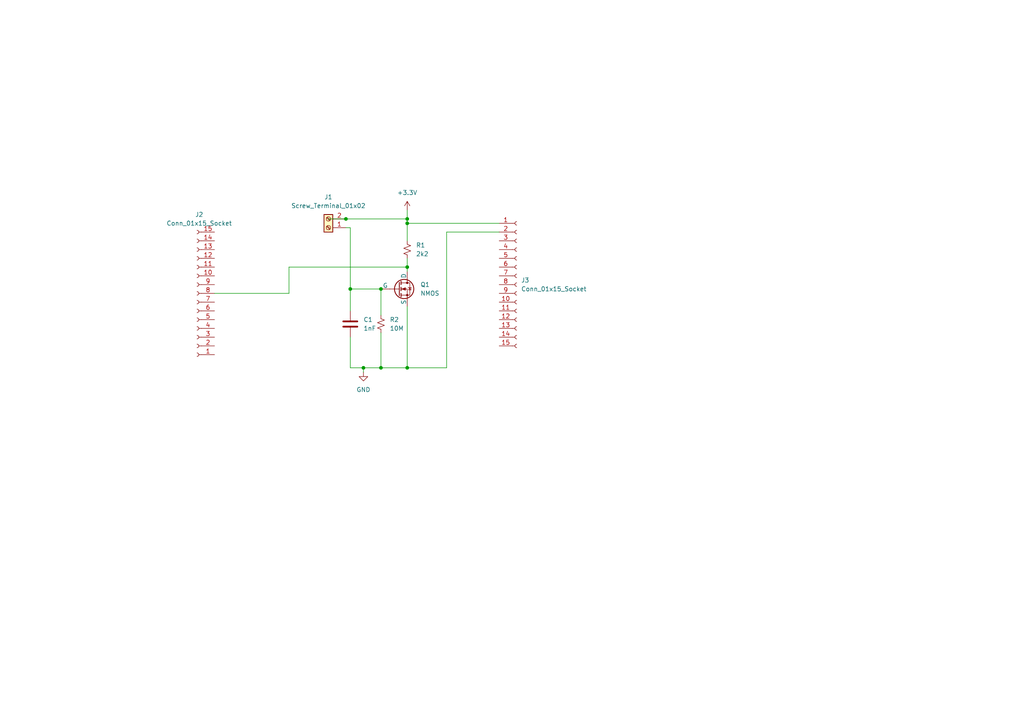
<source format=kicad_sch>
(kicad_sch (version 20230121) (generator eeschema)
  (paper "A4")
  (lib_symbols
    (symbol "Connector:Conn_01x15_Socket" (pin_names (offset 1.016) hide)
      (property "Reference" "J" (at 0 20.32 0))
      (property "Value" "Conn_01x15_Socket" (at 0 -20.32 0))
      (symbol "Conn_01x15_Socket_1_1"
        (arc (start 0 -17.272) (mid -0.5058 -17.78) (end 0 -18.288) (stroke (width 0.1524)))
        (arc (start 0 -14.732) (mid -0.5058 -15.24) (end 0 -15.748) (stroke (width 0.1524)))
        (arc (start 0 -12.192) (mid -0.5058 -12.7) (end 0 -13.208) (stroke (width 0.1524)))
        (arc (start 0 -9.652) (mid -0.5058 -10.16) (end 0 -10.668) (stroke (width 0.1524)))
        (arc (start 0 -7.112) (mid -0.5058 -7.62) (end 0 -8.128) (stroke (width 0.1524)))
        (arc (start 0 -4.572) (mid -0.5058 -5.08) (end 0 -5.588) (stroke (width 0.1524)))
        (arc (start 0 -2.032) (mid -0.5058 -2.54) (end 0 -3.048) (stroke (width 0.1524)))
        (polyline (pts (xy -1.27 -17.78) (xy -0.508 -17.78)) (stroke (width 0.1524)))
        (polyline (pts (xy -1.27 -15.24) (xy -0.508 -15.24)) (stroke (width 0.1524)))
        (polyline (pts (xy -1.27 -12.7) (xy -0.508 -12.7)) (stroke (width 0.1524)))
        (polyline (pts (xy -1.27 -10.16) (xy -0.508 -10.16)) (stroke (width 0.1524)))
        (polyline (pts (xy -1.27 -7.62) (xy -0.508 -7.62)) (stroke (width 0.1524)))
        (polyline (pts (xy -1.27 -5.08) (xy -0.508 -5.08)) (stroke (width 0.1524)))
        (polyline (pts (xy -1.27 -2.54) (xy -0.508 -2.54)) (stroke (width 0.1524)))
        (polyline (pts (xy -1.27 0) (xy -0.508 0)) (stroke (width 0.1524)))
        (polyline (pts (xy -1.27 2.54) (xy -0.508 2.54)) (stroke (width 0.1524)))
        (polyline (pts (xy -1.27 5.08) (xy -0.508 5.08)) (stroke (width 0.1524)))
        (polyline (pts (xy -1.27 7.62) (xy -0.508 7.62)) (stroke (width 0.1524)))
        (polyline (pts (xy -1.27 10.16) (xy -0.508 10.16)) (stroke (width 0.1524)))
        (polyline (pts (xy -1.27 12.7) (xy -0.508 12.7)) (stroke (width 0.1524)))
        (polyline (pts (xy -1.27 15.24) (xy -0.508 15.24)) (stroke (width 0.1524)))
        (polyline (pts (xy -1.27 17.78) (xy -0.508 17.78)) (stroke (width 0.1524)))
        (arc (start 0 0.508) (mid -0.5058 0) (end 0 -0.508) (stroke (width 0.1524)))
        (arc (start 0 3.048) (mid -0.5058 2.54) (end 0 2.032) (stroke (width 0.1524)))
        (arc (start 0 5.588) (mid -0.5058 5.08) (end 0 4.572) (stroke (width 0.1524)))
        (arc (start 0 8.128) (mid -0.5058 7.62) (end 0 7.112) (stroke (width 0.1524)))
        (arc (start 0 10.668) (mid -0.5058 10.16) (end 0 9.652) (stroke (width 0.1524)))
        (arc (start 0 13.208) (mid -0.5058 12.7) (end 0 12.192) (stroke (width 0.1524)))
        (arc (start 0 15.748) (mid -0.5058 15.24) (end 0 14.732) (stroke (width 0.1524)))
        (arc (start 0 18.288) (mid -0.5058 17.78) (end 0 17.272) (stroke (width 0.1524)))
        (pin passive line (at -5.08 17.78 0) (length 3.81) (name "Pin_1") (number "1"))
        (pin passive line (at -5.08 -5.08 0) (length 3.81) (name "Pin_10") (number "10"))
        (pin passive line (at -5.08 -7.62 0) (length 3.81) (name "Pin_11") (number "11"))
        (pin passive line (at -5.08 -10.16 0) (length 3.81) (name "Pin_12") (number "12"))
        (pin passive line (at -5.08 -12.7 0) (length 3.81) (name "Pin_13") (number "13"))
        (pin passive line (at -5.08 -15.24 0) (length 3.81) (name "Pin_14") (number "14"))
        (pin passive line (at -5.08 -17.78 0) (length 3.81) (name "Pin_15") (number "15"))
        (pin passive line (at -5.08 15.24 0) (length 3.81) (name "Pin_2") (number "2"))
        (pin passive line (at -5.08 12.7 0) (length 3.81) (name "Pin_3") (number "3"))
        (pin passive line (at -5.08 10.16 0) (length 3.81) (name "Pin_4") (number "4"))
        (pin passive line (at -5.08 7.62 0) (length 3.81) (name "Pin_5") (number "5"))
        (pin passive line (at -5.08 5.08 0) (length 3.81) (name "Pin_6") (number "6"))
        (pin passive line (at -5.08 2.54 0) (length 3.81) (name "Pin_7") (number "7"))
        (pin passive line (at -5.08 0 0) (length 3.81) (name "Pin_8") (number "8"))
        (pin passive line (at -5.08 -2.54 0) (length 3.81) (name "Pin_9") (number "9"))
      )
    )
    (symbol "Connector:Screw_Terminal_01x02" (pin_names (offset 1.016) hide)
      (property "Reference" "J" (at 0 2.54 0))
      (property "Value" "Screw_Terminal_01x02" (at 0 -5.08 0))
      (symbol "Screw_Terminal_01x02_1_1"
        (rectangle (start -1.27 1.27) (end 1.27 -3.81) (stroke (width 0.254)) (fill (type background)))
        (circle (center 0 -2.54) (radius 0.635) (stroke (width 0.1524)))
        (polyline (pts (xy -0.5334 -2.2098) (xy 0.3302 -3.048)) (stroke (width 0.1524)))
        (polyline (pts (xy -0.5334 0.3302) (xy 0.3302 -0.508)) (stroke (width 0.1524)))
        (polyline (pts (xy -0.3556 -2.032) (xy 0.508 -2.8702)) (stroke (width 0.1524)))
        (polyline (pts (xy -0.3556 0.508) (xy 0.508 -0.3302)) (stroke (width 0.1524)))
        (circle (center 0 0) (radius 0.635) (stroke (width 0.1524)))
        (pin passive line (at -5.08 0 0) (length 3.81) (name "Pin_1") (number "1"))
        (pin passive line (at -5.08 -2.54 0) (length 3.81) (name "Pin_2") (number "2"))
      )
    )
    (symbol "Device:C" (pin_numbers hide) (pin_names (offset 0.254))
      (property "Reference" "C" (at 0.635 2.54 0))
      (property "Value" "C" (at 0.635 -2.54 0))
      (symbol "C_0_1"
        (polyline (pts (xy -2.032 -0.762) (xy 2.032 -0.762)) (stroke (width 0.508)))
        (polyline (pts (xy -2.032 0.762) (xy 2.032 0.762)) (stroke (width 0.508)))
      )
      (symbol "C_1_1"
        (pin passive line (at 0 3.81 270) (length 2.794) (name "~") (number "1"))
        (pin passive line (at 0 -3.81 90) (length 2.794) (name "~") (number "2"))
      )
    )
    (symbol "Device:R_Small_US" (pin_numbers hide) (pin_names (offset 0.254) hide)
      (property "Reference" "R" (at 0.762 0.508 0))
      (property "Value" "R_Small_US" (at 0.762 -1.016 0))
      (symbol "R_Small_US_1_1"
        (polyline (pts (xy 0 0) (xy 1.016 -0.381) (xy 0 -0.762) (xy -1.016 -1.143) (xy 0 -1.524)))
        (polyline (pts (xy 0 1.524) (xy 1.016 1.143) (xy 0 0.762) (xy -1.016 0.381) (xy 0 0)))
        (pin passive line (at 0 2.54 270) (length 1.016) (name "~") (number "1"))
        (pin passive line (at 0 -2.54 90) (length 1.016) (name "~") (number "2"))
      )
    )
    (symbol "Simulation_SPICE:NMOS" (pin_numbers hide) (pin_names (offset 0))
      (property "Reference" "Q" (at 5.08 1.27 0))
      (property "Value" "NMOS" (at 5.08 -1.27 0))
      (symbol "NMOS_0_1"
        (polyline (pts (xy 0.254 0) (xy -2.54 0)))
        (polyline (pts (xy 0.254 1.905) (xy 0.254 -1.905)) (stroke (width 0.254)))
        (polyline (pts (xy 0.762 -1.27) (xy 0.762 -2.286)) (stroke (width 0.254)))
        (polyline (pts (xy 0.762 0.508) (xy 0.762 -0.508)) (stroke (width 0.254)))
        (polyline (pts (xy 0.762 2.286) (xy 0.762 1.27)) (stroke (width 0.254)))
        (polyline (pts (xy 2.54 2.54) (xy 2.54 1.778)))
        (polyline (pts (xy 2.54 -2.54) (xy 2.54 0) (xy 0.762 0)))
        (polyline (pts (xy 0.762 -1.778) (xy 3.302 -1.778) (xy 3.302 1.778) (xy 0.762 1.778)))
        (polyline (pts (xy 1.016 0) (xy 2.032 0.381) (xy 2.032 -0.381) (xy 1.016 0)) (fill (type outline)))
        (polyline (pts (xy 2.794 0.508) (xy 2.921 0.381) (xy 3.683 0.381) (xy 3.81 0.254)))
        (polyline (pts (xy 3.302 0.381) (xy 2.921 -0.254) (xy 3.683 -0.254) (xy 3.302 0.381)))
        (circle (center 1.651 0) (radius 2.794) (stroke (width 0.254)))
        (circle (center 2.54 -1.778) (radius 0.254) (fill (type outline)))
        (circle (center 2.54 1.778) (radius 0.254) (fill (type outline)))
      )
      (symbol "NMOS_1_1"
        (pin passive line (at 2.54 5.08 270) (length 2.54) (name "D") (number "1"))
        (pin input line (at -5.08 0 0) (length 2.54) (name "G") (number "2"))
        (pin passive line (at 2.54 -5.08 90) (length 2.54) (name "S") (number "3"))
      )
    )
    (symbol "power:+3.3V" (power) (pin_names (offset 0))
      (property "Value" "+3.3V" (at 0 3.556 0))
      (symbol "+3.3V_0_1"
        (polyline (pts (xy -0.762 1.27) (xy 0 2.54)))
        (polyline (pts (xy 0 0) (xy 0 2.54)))
        (polyline (pts (xy 0 2.54) (xy 0.762 1.27)))
      )
      (symbol "+3.3V_1_1"
        (pin power_in line (at 0 0 90) (length 0) hide (name "+3.3V") (number "1"))
      )
    )
    (symbol "power:GND" (power) (pin_names (offset 0))
      (property "Value" "GND" (at 0 -3.81 0))
      (symbol "GND_0_1"
        (polyline (pts (xy 0 0) (xy 0 -1.27) (xy 1.27 -1.27) (xy 0 -2.54) (xy -1.27 -1.27) (xy 0 -1.27)))
      )
      (symbol "GND_1_1"
        (pin power_in line (at 0 0 270) (length 0) hide (name "GND") (number "1"))
      )
    )
  )
  (junction (at 118.11 63.5))
  (junction (at 101.6 83.82))
  (junction (at 118.11 106.68))
  (junction (at 118.11 64.77))
  (junction (at 118.11 77.47))
  (junction (at 100.33 63.5))
  (junction (at 110.49 83.82))
  (junction (at 105.41 106.68))
  (junction (at 110.49 106.68))
  (wire (pts (xy 118.11 63.5) (xy 118.11 64.77)))
  (wire (pts (xy 100.33 66.04) (xy 101.6 66.04)))
  (wire (pts (xy 110.49 96.52) (xy 110.49 106.68)))
  (wire (pts (xy 83.82 77.47) (xy 118.11 77.47)))
  (wire (pts (xy 101.6 106.68) (xy 101.6 97.79)))
  (wire (pts (xy 118.11 74.93) (xy 118.11 77.47)))
  (wire (pts (xy 118.11 63.5) (xy 118.11 60.96)))
  (wire (pts (xy 101.6 83.82) (xy 110.49 83.82)))
  (wire (pts (xy 110.49 106.68) (xy 118.11 106.68)))
  (wire (pts (xy 118.11 88.9) (xy 118.11 106.68)))
  (wire (pts (xy 118.11 77.47) (xy 118.11 78.74)))
  (wire (pts (xy 129.54 106.68) (xy 118.11 106.68)))
  (wire (pts (xy 144.78 67.31) (xy 129.54 67.31)))
  (wire (pts (xy 101.6 66.04) (xy 101.6 83.82)))
  (wire (pts (xy 100.33 63.5) (xy 118.11 63.5)))
  (wire (pts (xy 110.49 83.82) (xy 110.49 91.44)))
  (wire (pts (xy 100.33 63.5) (xy 95.25 63.5)))
  (wire (pts (xy 129.54 67.31) (xy 129.54 106.68)))
  (wire (pts (xy 105.41 106.68) (xy 101.6 106.68)))
  (wire (pts (xy 105.41 107.95) (xy 105.41 106.68)))
  (wire (pts (xy 118.11 64.77) (xy 118.11 69.85)))
  (wire (pts (xy 144.78 64.77) (xy 118.11 64.77)))
  (wire (pts (xy 105.41 106.68) (xy 110.49 106.68)))
  (wire (pts (xy 101.6 90.17) (xy 101.6 83.82)))
  (wire (pts (xy 83.82 85.09) (xy 83.82 77.47)))
  (wire (pts (xy 62.23 85.09) (xy 83.82 85.09)))
  (symbol (lib_id "Connector:Conn_01x15_Socket") (at 57.15 85.09 180) (unit 1)
    (property "Reference" "J2" (at 57.785 62.23 0))
    (property "Value" "Conn_01x15_Socket" (at 57.785 64.77 0))
    (property "Footprint" "Connector_PinHeader_2.54mm:PinHeader_1x15_P2.54mm_Vertical" (effects hide))
  )
  (symbol (lib_id "power:GND") (at 105.41 107.95 0) (unit 1)
    (property "Reference" "#PWR02" (effects hide))
    (property "Value" "GND" (at 105.41 113.03 0))
  )
  (symbol (lib_id "Device:R_Small_US") (at 110.49 93.98 0) (unit 1)
    (property "Reference" "R2" (at 113.03 92.71 0) (effects (justify left)))
    (property "Value" "10M" (at 113.03 95.25 0) (effects (justify left)))
    (property "Footprint" "Resistor_THT:R_Axial_DIN0207_L6.3mm_D2.5mm_P10.16mm_Horizontal" (effects hide))
  )
  (symbol (lib_id "Connector:Conn_01x15_Socket") (at 149.86 82.55 0) (unit 1)
    (property "Reference" "J3" (at 151.13 81.28 0) (effects (justify left)))
    (property "Value" "Conn_01x15_Socket" (at 151.13 83.82 0) (effects (justify left)))
    (property "Footprint" "Connector_PinHeader_2.54mm:PinHeader_1x15_P2.54mm_Vertical" (effects hide))
  )
  (symbol (lib_id "power:+3.3V") (at 118.11 60.96 0) (unit 1)
    (property "Reference" "#PWR01" (effects hide))
    (property "Value" "+3.3V" (at 118.11 55.88 0))
  )
  (symbol (lib_id "Device:C") (at 101.6 93.98 0) (unit 1)
    (property "Reference" "C1" (at 105.41 92.71 0) (effects (justify left)))
    (property "Value" "1nF" (at 105.41 95.25 0) (effects (justify left)))
    (property "Footprint" "Capacitor_THT:C_Disc_D4.7mm_W2.5mm_P5.00mm" (effects hide))
  )
  (symbol (lib_id "Simulation_SPICE:NMOS") (at 115.57 83.82 0) (unit 1)
    (property "Reference" "Q1" (at 121.92 82.55 0) (effects (justify left)))
    (property "Value" "NMOS" (at 121.92 85.09 0) (effects (justify left)))
    (property "Footprint" "Package_TO_SOT_THT:TO-92L_Inline" (effects hide))
    (property "Datasheet" "https://ngspice.sourceforge.io/docs/ngspice-manual.pdf" (effects hide))
    (property "Sim.Device" "NMOS" (effects hide))
    (property "Sim.Type" "VDMOS" (effects hide))
    (property "Sim.Pins" "1=D 2=G 3=S" (effects hide))
  )
  (symbol (lib_id "Connector:Screw_Terminal_01x02") (at 95.25 66.04 180) (unit 1)
    (property "Reference" "J1" (at 95.25 57.15 0))
    (property "Value" "Screw_Terminal_01x02" (at 95.25 59.69 0))
    (property "Footprint" "TerminalBlock:TerminalBlock_Altech_AK300-2_P5.00mm" (effects hide))
  )
  (symbol (lib_id "Device:R_Small_US") (at 118.11 72.39 0) (unit 1)
    (property "Reference" "R1" (at 120.65 71.12 0) (effects (justify left)))
    (property "Value" "2k2" (at 120.65 73.66 0) (effects (justify left)))
    (property "Footprint" "Resistor_THT:R_Axial_DIN0207_L6.3mm_D2.5mm_P10.16mm_Horizontal" (effects hide))
  )
)
</source>
